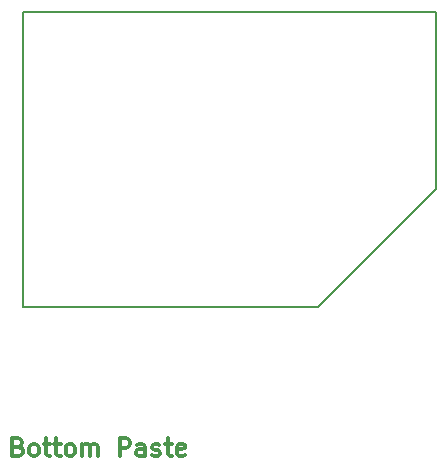
<source format=gbr>
%TF.GenerationSoftware,KiCad,Pcbnew,(5.1.9)-1*%
%TF.CreationDate,2024-06-03T11:22:04+08:00*%
%TF.ProjectId,task1,7461736b-312e-46b6-9963-61645f706362,rev?*%
%TF.SameCoordinates,Original*%
%TF.FileFunction,Paste,Bot*%
%TF.FilePolarity,Positive*%
%FSLAX46Y46*%
G04 Gerber Fmt 4.6, Leading zero omitted, Abs format (unit mm)*
G04 Created by KiCad (PCBNEW (5.1.9)-1) date 2024-06-03 11:22:04*
%MOMM*%
%LPD*%
G01*
G04 APERTURE LIST*
%ADD10C,0.300000*%
%TA.AperFunction,Profile*%
%ADD11C,0.200000*%
%TD*%
G04 APERTURE END LIST*
D10*
X125414285Y-123892857D02*
X125628571Y-123964285D01*
X125700000Y-124035714D01*
X125771428Y-124178571D01*
X125771428Y-124392857D01*
X125700000Y-124535714D01*
X125628571Y-124607142D01*
X125485714Y-124678571D01*
X124914285Y-124678571D01*
X124914285Y-123178571D01*
X125414285Y-123178571D01*
X125557142Y-123250000D01*
X125628571Y-123321428D01*
X125700000Y-123464285D01*
X125700000Y-123607142D01*
X125628571Y-123750000D01*
X125557142Y-123821428D01*
X125414285Y-123892857D01*
X124914285Y-123892857D01*
X126628571Y-124678571D02*
X126485714Y-124607142D01*
X126414285Y-124535714D01*
X126342857Y-124392857D01*
X126342857Y-123964285D01*
X126414285Y-123821428D01*
X126485714Y-123750000D01*
X126628571Y-123678571D01*
X126842857Y-123678571D01*
X126985714Y-123750000D01*
X127057142Y-123821428D01*
X127128571Y-123964285D01*
X127128571Y-124392857D01*
X127057142Y-124535714D01*
X126985714Y-124607142D01*
X126842857Y-124678571D01*
X126628571Y-124678571D01*
X127557142Y-123678571D02*
X128128571Y-123678571D01*
X127771428Y-123178571D02*
X127771428Y-124464285D01*
X127842857Y-124607142D01*
X127985714Y-124678571D01*
X128128571Y-124678571D01*
X128414285Y-123678571D02*
X128985714Y-123678571D01*
X128628571Y-123178571D02*
X128628571Y-124464285D01*
X128700000Y-124607142D01*
X128842857Y-124678571D01*
X128985714Y-124678571D01*
X129700000Y-124678571D02*
X129557142Y-124607142D01*
X129485714Y-124535714D01*
X129414285Y-124392857D01*
X129414285Y-123964285D01*
X129485714Y-123821428D01*
X129557142Y-123750000D01*
X129700000Y-123678571D01*
X129914285Y-123678571D01*
X130057142Y-123750000D01*
X130128571Y-123821428D01*
X130200000Y-123964285D01*
X130200000Y-124392857D01*
X130128571Y-124535714D01*
X130057142Y-124607142D01*
X129914285Y-124678571D01*
X129700000Y-124678571D01*
X130842857Y-124678571D02*
X130842857Y-123678571D01*
X130842857Y-123821428D02*
X130914285Y-123750000D01*
X131057142Y-123678571D01*
X131271428Y-123678571D01*
X131414285Y-123750000D01*
X131485714Y-123892857D01*
X131485714Y-124678571D01*
X131485714Y-123892857D02*
X131557142Y-123750000D01*
X131700000Y-123678571D01*
X131914285Y-123678571D01*
X132057142Y-123750000D01*
X132128571Y-123892857D01*
X132128571Y-124678571D01*
X133985714Y-124678571D02*
X133985714Y-123178571D01*
X134557142Y-123178571D01*
X134700000Y-123250000D01*
X134771428Y-123321428D01*
X134842857Y-123464285D01*
X134842857Y-123678571D01*
X134771428Y-123821428D01*
X134700000Y-123892857D01*
X134557142Y-123964285D01*
X133985714Y-123964285D01*
X136128571Y-124678571D02*
X136128571Y-123892857D01*
X136057142Y-123750000D01*
X135914285Y-123678571D01*
X135628571Y-123678571D01*
X135485714Y-123750000D01*
X136128571Y-124607142D02*
X135985714Y-124678571D01*
X135628571Y-124678571D01*
X135485714Y-124607142D01*
X135414285Y-124464285D01*
X135414285Y-124321428D01*
X135485714Y-124178571D01*
X135628571Y-124107142D01*
X135985714Y-124107142D01*
X136128571Y-124035714D01*
X136771428Y-124607142D02*
X136914285Y-124678571D01*
X137200000Y-124678571D01*
X137342857Y-124607142D01*
X137414285Y-124464285D01*
X137414285Y-124392857D01*
X137342857Y-124250000D01*
X137200000Y-124178571D01*
X136985714Y-124178571D01*
X136842857Y-124107142D01*
X136771428Y-123964285D01*
X136771428Y-123892857D01*
X136842857Y-123750000D01*
X136985714Y-123678571D01*
X137200000Y-123678571D01*
X137342857Y-123750000D01*
X137842857Y-123678571D02*
X138414285Y-123678571D01*
X138057142Y-123178571D02*
X138057142Y-124464285D01*
X138128571Y-124607142D01*
X138271428Y-124678571D01*
X138414285Y-124678571D01*
X139485714Y-124607142D02*
X139342857Y-124678571D01*
X139057142Y-124678571D01*
X138914285Y-124607142D01*
X138842857Y-124464285D01*
X138842857Y-123892857D01*
X138914285Y-123750000D01*
X139057142Y-123678571D01*
X139342857Y-123678571D01*
X139485714Y-123750000D01*
X139557142Y-123892857D01*
X139557142Y-124035714D01*
X138842857Y-124178571D01*
D11*
X160787600Y-102085200D02*
X150787600Y-112085200D01*
X160787600Y-87085200D02*
X160787600Y-102085200D01*
X125787600Y-112085200D02*
X150787600Y-112085200D01*
X125787600Y-87085200D02*
X125787600Y-112085200D01*
X125787600Y-87085200D02*
X160787600Y-87085200D01*
M02*

</source>
